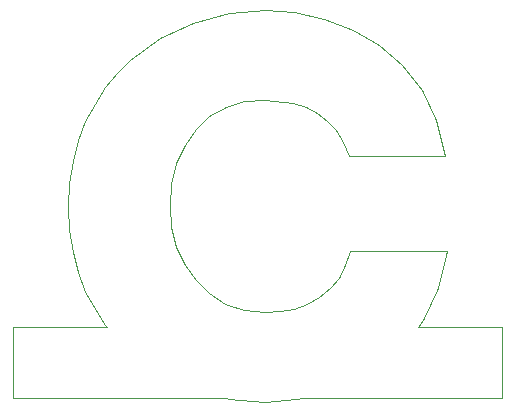
<source format=gm1>
G04 #@! TF.FileFunction,Profile,NP*
%FSLAX46Y46*%
G04 Gerber Fmt 4.6, Leading zero omitted, Abs format (unit mm)*
G04 Created by KiCad (PCBNEW 4.0.0-rc2-stable) date 3/3/2016 3:42:37 PM*
%MOMM*%
G01*
G04 APERTURE LIST*
%ADD10C,0.150000*%
%ADD11C,0.100000*%
G04 APERTURE END LIST*
D10*
D11*
X67970000Y-51480000D02*
X64920000Y-51220000D01*
X64920000Y-51220000D02*
X64680000Y-51150000D01*
X64680000Y-51150000D02*
X46630000Y-51150000D01*
X46630000Y-51150000D02*
X46630000Y-45150000D01*
X46630000Y-45150000D02*
X54560000Y-45150000D01*
X54560000Y-45150000D02*
X54440000Y-45010000D01*
X54440000Y-45010000D02*
X52770000Y-42170000D01*
X52770000Y-42170000D02*
X52140000Y-40550000D01*
X52140000Y-40550000D02*
X51690000Y-38810000D01*
X51690000Y-38810000D02*
X51420000Y-36940000D01*
X51420000Y-36940000D02*
X51330000Y-34940000D01*
X51330000Y-34940000D02*
X51420000Y-32940000D01*
X51420000Y-32940000D02*
X51690000Y-31070000D01*
X51690000Y-31070000D02*
X52140000Y-29330000D01*
X52140000Y-29330000D02*
X52770000Y-27710000D01*
X52770000Y-27710000D02*
X54440000Y-24860000D01*
X54440000Y-24860000D02*
X55440000Y-23630000D01*
X55440000Y-23630000D02*
X56570000Y-22520000D01*
X56570000Y-22520000D02*
X59090000Y-20700000D01*
X59090000Y-20700000D02*
X61920000Y-19400000D01*
X61920000Y-19400000D02*
X64920000Y-18610000D01*
X64920000Y-18610000D02*
X67970000Y-18350000D01*
X67970000Y-18350000D02*
X70470000Y-18530000D01*
X70470000Y-18530000D02*
X72990000Y-19070000D01*
X72990000Y-19070000D02*
X75410000Y-19980000D01*
X75410000Y-19980000D02*
X77630000Y-21270000D01*
X77630000Y-21270000D02*
X79580000Y-22970000D01*
X79580000Y-22970000D02*
X81240000Y-25090000D01*
X81240000Y-25090000D02*
X82490000Y-27660000D01*
X82490000Y-27660000D02*
X83210000Y-30680000D01*
X83210000Y-30680000D02*
X83210000Y-30680000D01*
X83210000Y-30680000D02*
X75050000Y-30680000D01*
X75050000Y-30680000D02*
X74560000Y-29510000D01*
X74560000Y-29510000D02*
X73950000Y-28520000D01*
X73950000Y-28520000D02*
X73220000Y-27690000D01*
X73220000Y-27690000D02*
X72390000Y-27040000D01*
X72390000Y-27040000D02*
X71450000Y-26540000D01*
X71450000Y-26540000D02*
X70390000Y-26190000D01*
X70390000Y-26190000D02*
X67970000Y-25910000D01*
X67970000Y-25910000D02*
X66230000Y-26070000D01*
X66230000Y-26070000D02*
X64650000Y-26550000D01*
X64650000Y-26550000D02*
X63260000Y-27340000D01*
X63260000Y-27340000D02*
X62110000Y-28410000D01*
X62110000Y-28410000D02*
X61180000Y-29730000D01*
X61180000Y-29730000D02*
X60480000Y-31280000D01*
X60480000Y-31280000D02*
X60050000Y-33030000D01*
X60050000Y-33030000D02*
X59910000Y-34940000D01*
X59910000Y-34940000D02*
X60050000Y-36700000D01*
X60050000Y-36700000D02*
X60480000Y-38370000D01*
X60480000Y-38370000D02*
X61180000Y-39890000D01*
X61180000Y-39890000D02*
X62110000Y-41220000D01*
X62110000Y-41220000D02*
X63260000Y-42320000D01*
X63260000Y-42320000D02*
X64630000Y-43180000D01*
X64630000Y-43180000D02*
X66210000Y-43740000D01*
X66210000Y-43740000D02*
X67970000Y-43930000D01*
X67970000Y-43930000D02*
X69240000Y-43840000D01*
X69240000Y-43840000D02*
X70440000Y-43600000D01*
X70440000Y-43600000D02*
X71550000Y-43200000D01*
X71550000Y-43200000D02*
X72570000Y-42630000D01*
X72570000Y-42630000D02*
X73480000Y-41900000D01*
X73480000Y-41900000D02*
X74210000Y-41000000D01*
X74210000Y-41000000D02*
X74790000Y-39930000D01*
X74790000Y-39930000D02*
X75190000Y-38690000D01*
X75190000Y-38690000D02*
X83350000Y-38690000D01*
X83350000Y-38690000D02*
X83350000Y-38690000D01*
X83350000Y-38690000D02*
X82620000Y-41870000D01*
X82620000Y-41870000D02*
X81380000Y-44550000D01*
X81380000Y-44550000D02*
X80930000Y-45150000D01*
X80930000Y-45150000D02*
X88050000Y-45150000D01*
X88050000Y-45150000D02*
X88050000Y-51150000D01*
X88050000Y-51150000D02*
X71240000Y-51150000D01*
X71240000Y-51150000D02*
X70550000Y-51300000D01*
X70550000Y-51300000D02*
X67970000Y-51480000D01*
X67970000Y-51480000D02*
X67970000Y-51480000D01*
X67970000Y-51480000D02*
X67970000Y-51480000D01*
M02*

</source>
